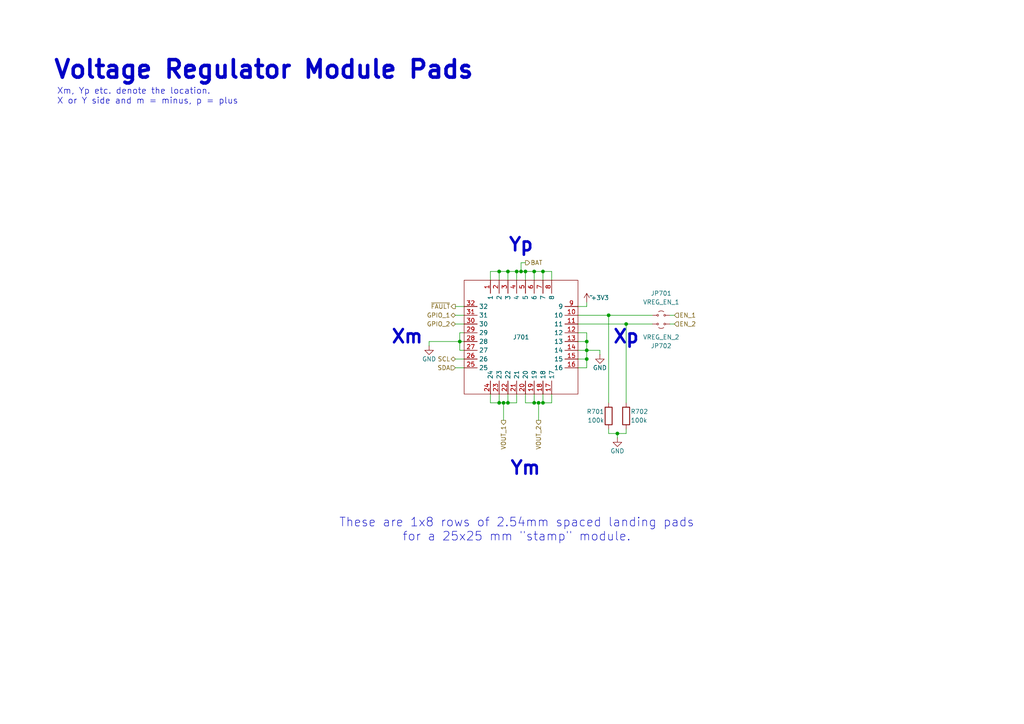
<source format=kicad_sch>
(kicad_sch (version 20231120) (generator "eeschema") (generator_version "8.0")
  (paper "A4")
  (title_block (title "bac EPS Main Board Minimal v1") (date "2025-02-25") (rev "1") (company "Build a CubeSat") (comment 1 "Manuel Imboden") (comment 2 "CC BY-SA 4.0") (comment 3 "https://buildacubesat.space"))
  (lib_symbols
    (symbol "Device:R" (pin_numbers hide) (pin_names (offset 0))
      (property "Reference" "R" (at 2.032 0 90))
      (property "Value" "R" (at 0 0 90))
      (symbol "R_0_1"
        (rectangle (start -1.016 -2.54) (end 1.016 2.54) (stroke (width 0.254)))
      )
      (symbol "R_1_1"
        (pin passive line (at 0 3.81 270) (length 1.27) (name "~") (number "1"))
        (pin passive line (at 0 -3.81 90) (length 1.27) (name "~") (number "2"))
      )
    )
    (symbol "Jumper:Jumper_2_Small_Open" (pin_numbers hide) (pin_names (offset 0) hide) (exclude_from_sim yes)
      (property "Reference" "JP" (at 0 2.794 0))
      (property "Value" "Jumper_2_Small_Open" (at 0 -2.286 0))
      (symbol "Jumper_2_Small_Open_0_0"
        (circle (center -1.016 0) (radius 0.254))
        (circle (center 1.016 0) (radius 0.254))
      )
      (symbol "Jumper_2_Small_Open_0_1"
        (arc (start 0.762 1.0196) (mid 0 1.2729) (end -0.762 1.0196))
      )
      (symbol "Jumper_2_Small_Open_1_1"
        (pin passive line (at -2.54 0 0) (length 1.27) (name "A") (number "1"))
        (pin passive line (at 2.54 0 180) (length 1.27) (name "B") (number "2"))
      )
    )
    (symbol "bac EPS v1:bac EPS v1 Module"
      (property "Reference" "J" (at -0.254 0 0))
      (symbol "bac EPS v1 Module_0_1"
        (rectangle (start -16.51 16.51) (end 16.51 -16.51))
      )
      (symbol "bac EPS v1 Module_1_1"
        (pin passive line (at -8.89 16.51 270) (length 3.81) (name "1") (number "1"))
        (pin passive line (at 16.51 6.35 180) (length 3.81) (name "10") (number "10"))
        (pin passive line (at 16.51 3.81 180) (length 3.81) (name "11") (number "11"))
        (pin passive line (at 16.51 1.27 180) (length 3.81) (name "12") (number "12"))
        (pin passive line (at 16.51 -1.27 180) (length 3.81) (name "13") (number "13"))
        (pin passive line (at 16.51 -3.81 180) (length 3.81) (name "14") (number "14"))
        (pin passive line (at 16.51 -6.35 180) (length 3.81) (name "15") (number "15"))
        (pin passive line (at 16.51 -8.89 180) (length 3.81) (name "16") (number "16"))
        (pin passive line (at 8.89 -16.51 90) (length 3.81) (name "17") (number "17"))
        (pin passive line (at 6.35 -16.51 90) (length 3.81) (name "18") (number "18"))
        (pin passive line (at 3.81 -16.51 90) (length 3.81) (name "19") (number "19"))
        (pin passive line (at -6.35 16.51 270) (length 3.81) (name "2") (number "2"))
        (pin passive line (at 1.27 -16.51 90) (length 3.81) (name "20") (number "20"))
        (pin passive line (at -1.27 -16.51 90) (length 3.81) (name "21") (number "21"))
        (pin passive line (at -3.81 -16.51 90) (length 3.81) (name "22") (number "22"))
        (pin passive line (at -6.35 -16.51 90) (length 3.81) (name "23") (number "23"))
        (pin passive line (at -8.89 -16.51 90) (length 3.81) (name "24") (number "24"))
        (pin passive line (at -16.51 -8.89 0) (length 3.81) (name "25") (number "25"))
        (pin passive line (at -16.51 -6.35 0) (length 3.81) (name "26") (number "26"))
        (pin passive line (at -16.51 -3.81 0) (length 3.81) (name "27") (number "27"))
        (pin passive line (at -16.51 -1.27 0) (length 3.81) (name "28") (number "28"))
        (pin passive line (at -16.51 1.27 0) (length 3.81) (name "29") (number "29"))
        (pin passive line (at -3.81 16.51 270) (length 3.81) (name "3") (number "3"))
        (pin passive line (at -16.51 3.81 0) (length 3.81) (name "30") (number "30"))
        (pin passive line (at -16.51 6.35 0) (length 3.81) (name "31") (number "31"))
        (pin passive line (at -16.51 8.89 0) (length 3.81) (name "32") (number "32"))
        (pin passive line (at -1.27 16.51 270) (length 3.81) (name "4") (number "4"))
        (pin passive line (at 1.27 16.51 270) (length 3.81) (name "5") (number "5"))
        (pin passive line (at 3.81 16.51 270) (length 3.81) (name "6") (number "6"))
        (pin passive line (at 6.35 16.51 270) (length 3.81) (name "7") (number "7"))
        (pin passive line (at 8.89 16.51 270) (length 3.81) (name "8") (number "8"))
        (pin passive line (at 16.51 8.89 180) (length 3.81) (name "9") (number "9"))
      )
    )
    (symbol "power:+3V3" (power) (pin_numbers hide) (pin_names (offset 0) hide)
      (property "Value" "+3V3" (at 0 3.556 0))
      (symbol "+3V3_0_1"
        (polyline (pts (xy -0.762 1.27) (xy 0 2.54)))
        (polyline (pts (xy 0 0) (xy 0 2.54)))
        (polyline (pts (xy 0 2.54) (xy 0.762 1.27)))
      )
      (symbol "+3V3_1_1"
        (pin power_in line (at 0 0 90) (length 0) (name "~") (number "1"))
      )
    )
    (symbol "power:GND" (power) (pin_numbers hide) (pin_names (offset 0) hide)
      (property "Value" "GND" (at 0 -3.81 0))
      (symbol "GND_0_1"
        (polyline (pts (xy 0 0) (xy 0 -1.27) (xy 1.27 -1.27) (xy 0 -2.54) (xy -1.27 -1.27) (xy 0 -1.27)))
      )
      (symbol "GND_1_1"
        (pin power_in line (at 0 0 270) (length 0) (name "~") (number "1"))
      )
    )
  )
  (junction (at 157.48 116.84))
  (junction (at 157.48 78.74))
  (junction (at 144.78 78.74))
  (junction (at 152.4 78.74))
  (junction (at 151.13 78.74))
  (junction (at 154.94 116.84))
  (junction (at 181.61 93.98))
  (junction (at 156.21 116.84))
  (junction (at 147.32 116.84))
  (junction (at 170.18 101.6))
  (junction (at 170.18 104.14))
  (junction (at 147.32 78.74))
  (junction (at 170.18 99.06))
  (junction (at 149.86 78.74))
  (junction (at 176.53 91.44))
  (junction (at 133.35 99.06))
  (junction (at 179.07 125.73))
  (junction (at 146.05 116.84))
  (junction (at 144.78 116.84))
  (junction (at 154.94 78.74))
  (wire (pts (xy 147.32 78.74) (xy 147.32 81.28)))
  (wire (pts (xy 134.62 101.6) (xy 133.35 101.6)))
  (wire (pts (xy 154.94 116.84) (xy 152.4 116.84)))
  (wire (pts (xy 134.62 91.44) (xy 132.08 91.44)))
  (wire (pts (xy 149.86 116.84) (xy 147.32 116.84)))
  (wire (pts (xy 167.64 96.52) (xy 170.18 96.52)))
  (wire (pts (xy 156.21 116.84) (xy 154.94 116.84)))
  (wire (pts (xy 144.78 114.3) (xy 144.78 116.84)))
  (wire (pts (xy 152.4 114.3) (xy 152.4 116.84)))
  (wire (pts (xy 157.48 116.84) (xy 156.21 116.84)))
  (wire (pts (xy 167.64 88.9) (xy 170.18 88.9)))
  (wire (pts (xy 152.4 78.74) (xy 154.94 78.74)))
  (wire (pts (xy 152.4 78.74) (xy 152.4 81.28)))
  (wire (pts (xy 147.32 116.84) (xy 146.05 116.84)))
  (wire (pts (xy 147.32 78.74) (xy 149.86 78.74)))
  (wire (pts (xy 173.99 101.6) (xy 173.99 102.87)))
  (wire (pts (xy 157.48 78.74) (xy 160.02 78.74)))
  (wire (pts (xy 176.53 124.46) (xy 176.53 125.73)))
  (wire (pts (xy 179.07 125.73) (xy 179.07 127)))
  (wire (pts (xy 167.64 91.44) (xy 176.53 91.44)))
  (wire (pts (xy 156.21 116.84) (xy 156.21 121.92)))
  (wire (pts (xy 170.18 101.6) (xy 170.18 104.14)))
  (wire (pts (xy 157.48 114.3) (xy 157.48 116.84)))
  (wire (pts (xy 133.35 96.52) (xy 133.35 99.06)))
  (wire (pts (xy 151.13 76.2) (xy 151.13 78.74)))
  (wire (pts (xy 124.46 99.06) (xy 133.35 99.06)))
  (wire (pts (xy 194.31 93.98) (xy 195.58 93.98)))
  (wire (pts (xy 142.24 81.28) (xy 142.24 78.74)))
  (wire (pts (xy 144.78 116.84) (xy 142.24 116.84)))
  (wire (pts (xy 151.13 78.74) (xy 152.4 78.74)))
  (wire (pts (xy 170.18 104.14) (xy 170.18 106.68)))
  (wire (pts (xy 160.02 116.84) (xy 157.48 116.84)))
  (wire (pts (xy 154.94 114.3) (xy 154.94 116.84)))
  (wire (pts (xy 170.18 96.52) (xy 170.18 99.06)))
  (wire (pts (xy 149.86 78.74) (xy 151.13 78.74)))
  (wire (pts (xy 181.61 93.98) (xy 181.61 116.84)))
  (wire (pts (xy 173.99 101.6) (xy 170.18 101.6)))
  (wire (pts (xy 181.61 93.98) (xy 189.23 93.98)))
  (wire (pts (xy 170.18 99.06) (xy 170.18 101.6)))
  (wire (pts (xy 170.18 88.9) (xy 170.18 87.63)))
  (wire (pts (xy 132.08 88.9) (xy 134.62 88.9)))
  (wire (pts (xy 176.53 125.73) (xy 179.07 125.73)))
  (wire (pts (xy 134.62 99.06) (xy 133.35 99.06)))
  (wire (pts (xy 167.64 106.68) (xy 170.18 106.68)))
  (wire (pts (xy 167.64 99.06) (xy 170.18 99.06)))
  (wire (pts (xy 147.32 114.3) (xy 147.32 116.84)))
  (wire (pts (xy 134.62 96.52) (xy 133.35 96.52)))
  (wire (pts (xy 160.02 78.74) (xy 160.02 81.28)))
  (wire (pts (xy 167.64 101.6) (xy 170.18 101.6)))
  (wire (pts (xy 144.78 78.74) (xy 144.78 81.28)))
  (wire (pts (xy 151.13 76.2) (xy 152.4 76.2)))
  (wire (pts (xy 154.94 78.74) (xy 154.94 81.28)))
  (wire (pts (xy 157.48 78.74) (xy 157.48 81.28)))
  (wire (pts (xy 142.24 114.3) (xy 142.24 116.84)))
  (wire (pts (xy 149.86 78.74) (xy 149.86 81.28)))
  (wire (pts (xy 132.08 106.68) (xy 134.62 106.68)))
  (wire (pts (xy 181.61 125.73) (xy 181.61 124.46)))
  (wire (pts (xy 134.62 104.14) (xy 132.08 104.14)))
  (wire (pts (xy 160.02 114.3) (xy 160.02 116.84)))
  (wire (pts (xy 179.07 125.73) (xy 181.61 125.73)))
  (wire (pts (xy 146.05 116.84) (xy 144.78 116.84)))
  (wire (pts (xy 167.64 104.14) (xy 170.18 104.14)))
  (wire (pts (xy 176.53 91.44) (xy 189.23 91.44)))
  (wire (pts (xy 144.78 78.74) (xy 147.32 78.74)))
  (wire (pts (xy 149.86 114.3) (xy 149.86 116.84)))
  (wire (pts (xy 133.35 99.06) (xy 133.35 101.6)))
  (wire (pts (xy 134.62 93.98) (xy 132.08 93.98)))
  (wire (pts (xy 167.64 93.98) (xy 181.61 93.98)))
  (wire (pts (xy 142.24 78.74) (xy 144.78 78.74)))
  (wire (pts (xy 154.94 78.74) (xy 157.48 78.74)))
  (wire (pts (xy 176.53 91.44) (xy 176.53 116.84)))
  (wire (pts (xy 195.58 91.44) (xy 194.31 91.44)))
  (wire (pts (xy 146.05 116.84) (xy 146.05 121.92)))
  (wire (pts (xy 124.46 99.06) (xy 124.46 100.33)))
  (text "These are 1x8 rows of 2.54mm spaced landing pads\nfor a 25x25 mm \"stamp\" module." (at 149.86 153.67 0) (effects (font (size 2.54 2.54))))
  (text "Ym" (at 152.4 135.89 0) (effects (font (size 3.81 3.81) (thickness 0.762) (bold yes))))
  (text "Xp" (at 181.61 97.79 0) (effects (font (size 3.81 3.81) (thickness 0.762) (bold yes))))
  (text "Xm" (at 118.11 97.79 0) (effects (font (size 3.81 3.81) (thickness 0.762) (bold yes))))
  (text "Xm, Yp etc. denote the location.\nX or Y side and m = minus, p = plus" (at 16.51 27.94 0) (effects (font (size 1.778 1.778)) (justify left)))
  (text "Yp" (at 151.13 71.12 0) (effects (font (size 3.81 3.81) (thickness 0.762) (bold yes))))
  (text "Voltage Regulator Module Pads" (at 15.24 20.32 0) (effects (font (size 5.08 5.08) (thickness 1.016) (bold yes)) (justify left)))
  (hierarchical_label "~{FAULT}" (shape output) (at 132.08 88.9 180))
  (hierarchical_label "SDA" (shape input) (at 132.08 106.68 180))
  (hierarchical_label "BAT" (shape output) (at 152.4 76.2 0))
  (hierarchical_label "GPIO_2" (shape bidirectional) (at 132.08 93.98 180))
  (hierarchical_label "EN_1" (shape input) (at 195.58 91.44 0))
  (hierarchical_label "SCL" (shape bidirectional) (at 132.08 104.14 180))
  (hierarchical_label "GPIO_1" (shape bidirectional) (at 132.08 91.44 180))
  (hierarchical_label "VOUT_1" (shape output) (at 146.05 121.92 270))
  (hierarchical_label "VOUT_2" (shape output) (at 156.21 121.92 270))
  (hierarchical_label "EN_2" (shape input) (at 195.58 93.98 0))
  (symbol (lib_id "Device:R") (at 181.61 120.65 0) (unit 1)
    (property "Reference" "R702" (at 182.88 119.38 0) (effects (justify left)))
    (property "Value" "100k" (at 182.88 121.92 0) (effects (justify left)))
    (property "Footprint" "bac EPS v1:bac-R-0603-100k" (effects (hide yes)))
    (property "Description" "Resistor" (effects (hide yes)))
    (property "Package" "0603" (effects (hide yes)))
    (property "Tolerance" "10%" (effects (hide yes)))
    (property "Series" "E12" (effects (hide yes)))
    (instances (project "bac-eps-main-board-minimal-v1" (path "" (reference "R702") (unit 1)) (path "" (reference "R602") (unit 1))))
  )
  (symbol (lib_id "bac EPS v1:bac EPS v1 Module") (at 151.13 97.79 0) (unit 1)
    (property "Reference" "J701" (at 151.13 97.79 0))
    (property "Value" "~" (at 171.45 85.7565 0))
    (property "Footprint" "bac EPS v1:bac-eps-v1-module-landing-pad" (effects (hide yes)))
    (property "Description" "Landing Pad array for a 25 x 25 mm sized solder-on module" (effects (hide yes)))
    (instances (project "bac-eps-v1" (path "" (reference "J701") (unit 1)) (path "" (reference "J601") (unit 1))))
  )
  (symbol (lib_id "power:+3V3") (at 170.18 87.63 0) (mirror y) (unit 1)
    (property "Reference" "#PWR0702" (effects (hide yes)))
    (property "Value" "+3V3" (at 173.99 86.36 0))
    (property "Description" "Power symbol creates a global label with name \"+3V3\"" (effects (hide yes)))
    (instances (project "bac-eps-main-board-minimal-v1" (path "" (reference "#PWR0702") (unit 1)) (path "" (reference "#PWR0602") (unit 1))))
  )
  (symbol (lib_id "Jumper:Jumper_2_Small_Open") (at 191.77 93.98 0) (mirror x) (unit 1) (exclude_from_sim yes)
    (property "Reference" "JP702" (at 191.77 100.33 0))
    (property "Value" "VREG_EN_2" (at 191.77 97.79 0))
    (property "Footprint" "bac EPS v1:bac-CombinedJumper-2_P2.54mm_Open_THT" (effects (hide yes)))
    (property "Description" "Jumper, 2-pole, small symbol, open" (effects (hide yes)))
    (instances (project "bac-eps-main-board-minimal-v1" (path "" (reference "JP702") (unit 1)) (path "" (reference "JP602") (unit 1))))
  )
  (symbol (lib_id "power:GND") (at 124.46 100.33 0) (unit 1) (in_bom no) (on_board no)
    (property "Reference" "#PWR0701" (effects (hide yes)))
    (property "Value" "GND" (at 124.46 104.14 0))
    (property "Description" "Power symbol creates a global label with name \"GND\" , ground" (effects (hide yes)))
    (instances (project "bac-eps-v1" (path "" (reference "#PWR0701") (unit 1)) (path "" (reference "#PWR0601") (unit 1))))
  )
  (symbol (lib_id "power:GND") (at 173.99 102.87 0) (mirror y) (unit 1) (in_bom no) (on_board no)
    (property "Reference" "#PWR0703" (effects (hide yes)))
    (property "Value" "GND" (at 173.99 106.68 0))
    (property "Description" "Power symbol creates a global label with name \"GND\" , ground" (effects (hide yes)))
    (instances (project "bac-eps-v1" (path "" (reference "#PWR0703") (unit 1)) (path "" (reference "#PWR0603") (unit 1))))
  )
  (symbol (lib_id "power:GND") (at 179.07 127 0) (mirror y) (unit 1) (in_bom no) (on_board no)
    (property "Reference" "#PWR0704" (effects (hide yes)))
    (property "Value" "GND" (at 179.07 130.81 0))
    (property "Description" "Power symbol creates a global label with name \"GND\" , ground" (effects (hide yes)))
    (instances (project "bac-eps-main-board-minimal-v1" (path "" (reference "#PWR0704") (unit 1)) (path "" (reference "#PWR0604") (unit 1))))
  )
  (symbol (lib_id "Jumper:Jumper_2_Small_Open") (at 191.77 91.44 0) (unit 1) (exclude_from_sim yes)
    (property "Reference" "JP701" (at 191.77 85.09 0))
    (property "Value" "VREG_EN_1" (at 191.77 87.63 0))
    (property "Footprint" "bac EPS v1:bac-CombinedJumper-2_P2.54mm_Open_THT" (effects (hide yes)))
    (property "Description" "Jumper, 2-pole, small symbol, open" (effects (hide yes)))
    (instances (project "" (path "" (reference "JP701") (unit 1)) (path "" (reference "JP601") (unit 1))))
  )
  (symbol (lib_id "Device:R") (at 176.53 120.65 0) (unit 1)
    (property "Reference" "R701" (at 175.26 119.38 0) (effects (justify right)))
    (property "Value" "100k" (at 175.26 121.92 0) (effects (justify right)))
    (property "Footprint" "bac EPS v1:bac-R-0603-100k" (effects (hide yes)))
    (property "Description" "Resistor" (effects (hide yes)))
    (property "Package" "0603" (effects (hide yes)))
    (property "Tolerance" "10%" (effects (hide yes)))
    (property "Series" "E12" (effects (hide yes)))
    (instances (project "bac-eps-main-board-minimal-v1" (path "" (reference "R701") (unit 1)) (path "" (reference "R601") (unit 1))))
  )
)
</source>
